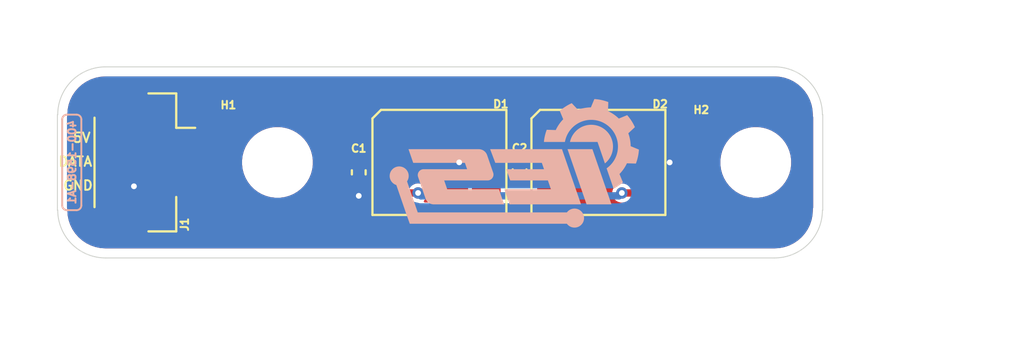
<source format=kicad_pcb>
(kicad_pcb (version 20241229) (generator "pcbnew") (generator_version "9.0")
  (layers (0 "F.Cu" signal) (2 "B.Cu" signal) (13 "F.Paste" user) (15 "B.Paste" user) (5 "F.SilkS" user "F.Silkscreen") (7 "B.SilkS" user "B.Silkscreen") (1 "F.Mask" user) (3 "B.Mask" user) (25 "Edge.Cuts" user))
  (net 0 "")
  (net 1 "/LED_DATA")
  (net 2 "GND")
  (net 3 "+5V")
  (net 4 "/WS2813_1/BIN")
  (net 5 "/WS2813_1/DOUT")
  (net 6 "/WS2813_2/DOUT")
  (footprint "Capacitor_SMD:C_0402_1005Metric" (layer "F.Cu") (at 74.155533 53.87708 -90)
    (property "Reference" "C2" (at -1.225 0 0) (layer "F.SilkS") (effects (font (size 0.4 0.4))))
    (property "Value" "100nF")
    (fp_line (start -0.107836 0.36) (end 0.107836 0.36) (stroke (width 0.12)) (layer "F.SilkS"))
    (fp_line (start -0.107836 -0.36) (end 0.107836 -0.36) (stroke (width 0.12)) (layer "F.SilkS"))
    (pad "1" smd roundrect (at -0.48 0 270) (size 0.56 0.62) (layers "F.Cu" "F.Mask" "F.Paste") (net 3 "+5V"))
    (pad "2" smd roundrect (at 0.48 0 270) (size 0.56 0.62) (layers "F.Cu" "F.Mask" "F.Paste") (net 2 "GND"))
  )
  (footprint "Connector_JST:JST_GH_SM03B-GHS-TB_1x03-1MP_P1.25mm_Horizontal" (layer "F.Cu") (at 54.5 53.4 -90)
    (property "Reference" "J1" (at 3.25 -2.15 270) (layer "F.SilkS") (effects (font (size 0.4 0.4))))
    (property "Value" "Conn_01x03")
    (fp_line (start -2.34 2.56) (end 2.34 2.56) (stroke (width 0.12)) (layer "F.SilkS"))
    (fp_line (start -3.61 -0.26) (end -3.61 -1.71) (stroke (width 0.12)) (layer "F.SilkS"))
    (fp_line (start 3.61 -0.26) (end 3.61 -1.71) (stroke (width 0.12)) (layer "F.SilkS"))
    (fp_line (start -3.61 -1.71) (end -1.81 -1.71) (stroke (width 0.12)) (layer "F.SilkS"))
    (fp_line (start -1.81 -1.71) (end -1.81 -2.7) (stroke (width 0.12)) (layer "F.SilkS"))
    (fp_line (start 3.61 -1.71) (end 1.81 -1.71) (stroke (width 0.12)) (layer "F.SilkS"))
    (pad "1" smd roundrect (at -1.25 -1.85 270) (size 0.6 1.7) (layers "F.Cu" "F.Mask" "F.Paste") (net 3 "+5V"))
    (pad "2" smd roundrect (at 0 -1.85 270) (size 0.6 1.7) (layers "F.Cu" "F.Mask" "F.Paste") (net 1 "/LED_DATA"))
    (pad "3" smd roundrect (at 1.25 -1.85 270) (size 0.6 1.7) (layers "F.Cu" "F.Mask" "F.Paste") (net 2 "GND"))
    (pad "MP" smd roundrect (at -3.1 1.35 270) (size 1 2.7) (layers "F.Cu" "F.Mask" "F.Paste"))
    (pad "MP" smd roundrect (at 3.1 1.35 270) (size 1 2.7) (layers "F.Cu" "F.Mask" "F.Paste"))
  )
  (footprint "LED_SMD:LED_WS2812_PLCC6_5.0x5.0mm_P1.6mm" (layer "F.Cu") (at 78.275 53.4)
    (property "Reference" "D2" (at 3.225 -3.05 0) (layer "F.SilkS") (effects (font (size 0.4 0.4))))
    (property "Value" "WS2813")
    (fp_line (start -3.5 -2.3) (end -3.5 2.75) (stroke (width 0.12)) (layer "F.SilkS"))
    (fp_line (start -3.05 -2.75) (end -3.5 -2.3) (stroke (width 0.12)) (layer "F.SilkS"))
    (fp_line (start 3.5 -2.75) (end -3.05 -2.75) (stroke (width 0.12)) (layer "F.SilkS"))
    (fp_line (start 3.5 2.75) (end -3.5 2.75) (stroke (width 0.12)) (layer "F.SilkS"))
    (fp_line (start 3.5 2.75) (end 3.5 -2.75) (stroke (width 0.12)) (layer "F.SilkS"))
    (pad "1" smd rect (at -2.45 -1.6) (size 1.5 1) (layers "F.Cu" "F.Mask" "F.Paste"))
    (pad "2" smd rect (at -2.45 0) (size 1.5 1) (layers "F.Cu" "F.Mask" "F.Paste") (net 3 "+5V"))
    (pad "3" smd rect (at -2.45 1.6) (size 1.5 1) (layers "F.Cu" "F.Mask" "F.Paste") (net 6 "/WS2813_2/DOUT"))
    (pad "4" smd rect (at 2.45 1.6) (size 1.5 1) (layers "F.Cu" "F.Mask" "F.Paste") (net 5 "/WS2813_1/DOUT"))
    (pad "5" smd rect (at 2.45 0) (size 1.5 1) (layers "F.Cu" "F.Mask" "F.Paste") (net 2 "GND"))
    (pad "6" smd rect (at 2.45 -1.6) (size 1.5 1) (layers "F.Cu" "F.Mask" "F.Paste") (net 1 "/LED_DATA"))
  )
  (footprint "LED_SMD:LED_WS2812_PLCC6_5.0x5.0mm_P1.6mm" (layer "F.Cu") (at 69.965 53.4)
    (property "Reference" "D1" (at 3.21 -3.051338 0) (layer "F.SilkS") (effects (font (size 0.4 0.4))))
    (property "Value" "WS2813")
    (fp_line (start -3.5 -2.3) (end -3.5 2.75) (stroke (width 0.12)) (layer "F.SilkS"))
    (fp_line (start -3.05 -2.75) (end -3.5 -2.3) (stroke (width 0.12)) (layer "F.SilkS"))
    (fp_line (start 3.5 -2.75) (end -3.05 -2.75) (stroke (width 0.12)) (layer "F.SilkS"))
    (fp_line (start 3.5 2.75) (end -3.5 2.75) (stroke (width 0.12)) (layer "F.SilkS"))
    (fp_line (start 3.5 2.75) (end 3.5 -2.75) (stroke (width 0.12)) (layer "F.SilkS"))
    (pad "1" smd rect (at -2.45 -1.6) (size 1.5 1) (layers "F.Cu" "F.Mask" "F.Paste"))
    (pad "2" smd rect (at -2.45 0) (size 1.5 1) (layers "F.Cu" "F.Mask" "F.Paste") (net 3 "+5V"))
    (pad "3" smd rect (at -2.45 1.6) (size 1.5 1) (layers "F.Cu" "F.Mask" "F.Paste") (net 5 "/WS2813_1/DOUT"))
    (pad "4" smd rect (at 2.45 1.6) (size 1.5 1) (layers "F.Cu" "F.Mask" "F.Paste") (net 1 "/LED_DATA"))
    (pad "5" smd rect (at 2.45 0) (size 1.5 1) (layers "F.Cu" "F.Mask" "F.Paste") (net 2 "GND"))
    (pad "6" smd rect (at 2.45 -1.6) (size 1.5 1) (layers "F.Cu" "F.Mask" "F.Paste") (net 4 "/WS2813_1/BIN"))
  )
  (footprint "MountingHole:MountingHole_3.2mm_M3" (layer "F.Cu") (at 61.5 53.4)
    (property "Reference" "H1" (at -2.565 -3 0) (layer "F.SilkS") (effects (font (size 0.4 0.4))))
    (property "Value" "MountingHole")
    (pad "" np_thru_hole circle (at 0 0) (size 3.2 3.2) (drill 3.2) (layers "*.Cu" "*.Mask"))
  )
  (footprint "MountingHole:MountingHole_3.2mm_M3" (layer "F.Cu") (at 86.5 53.4)
    (property "Reference" "H2" (at -2.85 -2.75 0) (layer "F.SilkS") (effects (font (size 0.4 0.4))))
    (property "Value" "MountingHole")
    (pad "" np_thru_hole circle (at 0 0) (size 3.2 3.2) (drill 3.2) (layers "*.Cu" "*.Mask"))
  )
  (footprint "Capacitor_SMD:C_0402_1005Metric" (layer "F.Cu") (at 65.75 53.92 -90)
    (property "Reference" "C1" (at -1.25 0 0) (layer "F.SilkS") (effects (font (size 0.4 0.4))))
    (property "Value" "100nF")
    (fp_line (start -0.107836 0.36) (end 0.107836 0.36) (stroke (width 0.12)) (layer "F.SilkS"))
    (fp_line (start -0.107836 -0.36) (end 0.107836 -0.36) (stroke (width 0.12)) (layer "F.SilkS"))
    (pad "1" smd roundrect (at -0.48 0 270) (size 0.56 0.62) (layers "F.Cu" "F.Mask" "F.Paste") (net 3 "+5V"))
    (pad "2" smd roundrect (at 0.48 0 270) (size 0.56 0.62) (layers "F.Cu" "F.Mask" "F.Paste") (net 2 "GND"))
  )
  (gr_line (start 50.5 50.9) (end 51 50.9) (stroke (width 0.1)) (layer "B.SilkS"))
  (gr_line (start 51 55.9) (end 50.5 55.9) (stroke (width 0.1)) (layer "B.SilkS"))
  (gr_poly (pts (xy 77.655861 55.596724) (xy 78.956994 55.596724) (xy 77.961507 52.707263) (xy 76.660358 52.707263)) (fill yes) (layer "B.SilkS"))
  (gr_arc (start 51 50.9) (mid 51.176777 50.973223) (end 51.25 51.15) (stroke (width 0.1)) (layer "B.SilkS"))
  (gr_poly (pts (xy 68.596203 53.424819) (xy 71.297809 53.424819) (xy 71.411756 53.755107) (xy 69.142073 53.755107) (xy 69.122413 53.755712) (xy 69.103151 53.757499) (xy 69.084315 53.760429) (xy 69.065934 53.764462) (xy 69.048037 53.769558) (xy 69.030651 53.775677) (xy 69.013806 53.782779) (xy 68.997529 53.790825) (xy 68.981848 53.799774) (xy 68.966793 53.809586) (xy 68.95239 53.820222) (xy 68.93867 53.831641) (xy 68.925659 53.843805) (xy 68.913387 53.856672) (xy 68.901882 53.870203) (xy 68.891171 53.884359) (xy 68.881284 53.899098) (xy 68.872249 53.914382) (xy 68.864094 53.93017) (xy 68.856847 53.946423) (xy 68.850536 53.9631) (xy 68.845191 53.980163) (xy 68.840839 53.997569) (xy 68.837509 54.015281) (xy 68.835229 54.033258) (xy 68.834027 54.05146) (xy 68.833932 54.069847) (xy 68.834972 54.08838) (xy 68.837175 54.107018) (xy 68.84057 54.125721) (xy 68.845185 54.144451) (xy 68.851049 54.163165) (xy 69.237554 55.284929) (xy 69.24807 55.312742) (xy 69.26023 55.339568) (xy 69.273965 55.365357) (xy 69.289204 55.390059) (xy 69.305879 55.413625) (xy 69.323918 55.436005) (xy 69.343251 55.45715) (xy 69.36381 55.477009) (xy 69.385523 55.495532) (xy 69.408322 55.512671) (xy 69.432135 55.528376) (xy 69.456893 55.542596) (xy 69.482526 55.555283) (xy 69.508965 55.566386) (xy 69.536139 55.575856) (xy 69.563977 55.583642) (xy 69.57733 55.586636) (xy 69.590817 55.58926) (xy 69.604431 55.591505) (xy 69.618162 55.593362) (xy 69.632001 55.594822) (xy 69.645939 55.595876) (xy 69.659968 55.596516) (xy 69.674079 55.596731) (xy 73.347306 55.596731) (xy 73.073975 54.803721) (xy 70.372385 54.803721) (xy 70.214551 54.344087) (xy 72.483478 54.344087) (xy 72.503137 54.343482) (xy 72.522398 54.341695) (xy 72.541232 54.338766) (xy 72.559611 54.334733) (xy 72.577507 54.329637) (xy 72.594892 54.323519) (xy 72.611736 54.316417) (xy 72.628013 54.308372) (xy 72.643692 54.299424) (xy 72.658747 54.289613) (xy 72.673149 54.278978) (xy 72.686869 54.267559) (xy 72.699879 54.255396) (xy 72.712151 54.24253) (xy 72.723656 54.228999) (xy 72.734366 54.214845) (xy 72.744254 54.200106) (xy 72.753289 54.184823) (xy 72.761445 54.169036) (xy 72.768692 54.152784) (xy 72.775003 54.136107) (xy 72.780348 54.119046) (xy 72.784701 54.101639) (xy 72.788032 54.083928) (xy 72.790313 54.065952) (xy 72.791516 54.04775) (xy 72.791612 54.029364) (xy 72.790573 54.010832) (xy 72.788371 53.992194) (xy 72.784977 53.973491) (xy 72.780363 53.954762) (xy 72.774501 53.936047) (xy 72.458818 53.019072) (xy 72.452505 53.001785) (xy 72.445553 52.984866) (xy 72.43798 52.968327) (xy 72.429803 52.95218) (xy 72.421037 52.936437) (xy 72.411699 52.92111) (xy 72.401807 52.90621) (xy 72.391375 52.891749) (xy 72.380421 52.87774) (xy 72.368962 52.864193) (xy 72.357013 52.851122) (xy 72.344592 52.838537) (xy 72.331714 52.826451) (xy 72.318397 52.814874) (xy 72.304656 52.803821) (xy 72.290509 52.793301) (xy 72.275971 52.783327) (xy 72.26106 52.773911) (xy 72.245791 52.765064) (xy 72.230181 52.756798) (xy 72.214248 52.749126) (xy 72.198006 52.742059) (xy 72.181473 52.735609) (xy 72.164666 52.729787) (xy 72.1476 52.724606) (xy 72.130292 52.720078) (xy 72.112759 52.716214) (xy 72.095017 52.713025) (xy 72.077083 52.710525) (xy 72.058973 52.708724) (xy 72.040704 52.707635) (xy 72.022292 52.70727) (xy 68.349062 52.70727)) (fill yes) (layer "B.SilkS"))
  (gr_line (start 50.25 55.65) (end 50.25 51.15) (stroke (width 0.1)) (layer "B.SilkS"))
  (gr_arc (start 50.25 51.15) (mid 50.323223 50.973223) (end 50.5 50.9) (stroke (width 0.1)) (layer "B.SilkS"))
  (gr_poly (pts (xy 77.849016 51.431346) (xy 77.798551 51.434686) (xy 77.748713 51.440194) (xy 77.699548 51.447823) (xy 77.651105 51.457526) (xy 77.603429 51.469255) (xy 77.556568 51.482964) (xy 77.510569 51.498605) (xy 77.465478 51.51613) (xy 77.421343 51.535493) (xy 77.378211 51.556646) (xy 77.336128 51.579541) (xy 77.2553 51.63037) (xy 77.179235 51.687603) (xy 77.108307 51.750859) (xy 77.042894 51.819762) (xy 76.983371 51.893932) (xy 76.930114 51.972991) (xy 76.905952 52.014236) (xy 76.883498 52.056561) (xy 76.862798 52.099918) (xy 76.8439 52.144262) (xy 76.82685 52.189544) (xy 76.811695 52.235717) (xy 76.798482 52.282733) (xy 76.787259 52.330546) (xy 78.228673 52.330546) (xy 78.466358 53.02379) (xy 78.614913 53.454143) (xy 78.662246 53.413708) (xy 78.707281 53.370802) (xy 78.749913 53.325527) (xy 78.790037 53.277987) (xy 78.82755 53.228283) (xy 78.862347 53.17652) (xy 78.894325 53.1228) (xy 78.923379 53.067226) (xy 78.949404 53.0099) (xy 78.972298 52.950927) (xy 78.991955 52.890407) (xy 79.008272 52.828446) (xy 79.021144 52.765144) (xy 79.030468 52.700606) (xy 79.036138 52.634934) (xy 79.038051 52.568231) (xy 79.03657 52.509676) (xy 79.032175 52.45189) (xy 79.024937 52.394943) (xy 79.014928 52.338906) (xy 79.00222 52.283853) (xy 78.986883 52.229853) (xy 78.96899 52.176979) (xy 78.948612 52.125302) (xy 78.925821 52.074893) (xy 78.900687 52.025825) (xy 78.873284 51.978169) (xy 78.843681 51.931996) (xy 78.811951 51.887378) (xy 78.778166 51.844386) (xy 78.742396 51.803093) (xy 78.704714 51.763569) (xy 78.665191 51.725886) (xy 78.623898 51.690115) (xy 78.580907 51.656329) (xy 78.53629 51.624598) (xy 78.490118 51.594995) (xy 78.442462 51.567591) (xy 78.393395 51.542457) (xy 78.342987 51.519665) (xy 78.291311 51.499286) (xy 78.238438 51.481392) (xy 78.184438 51.466055) (xy 78.129385 51.453346) (xy 78.073349 51.443337) (xy 78.016402 51.436099) (xy 77.958616 51.431704) (xy 77.900061 51.430223)) (fill yes) (layer "B.SilkS"))
  (gr_arc (start 51.25 55.65) (mid 51.176777 55.826777) (end 51 55.9) (stroke (width 0.1)) (layer "B.SilkS"))
  (gr_poly (pts (xy 67.837502 53.611719) (xy 67.812164 53.613638) (xy 67.787199 53.616799) (xy 67.762639 53.621172) (xy 67.738514 53.626723) (xy 67.714856 53.633424) (xy 67.691695 53.641242) (xy 67.669062 53.650147) (xy 67.646989 53.660107) (xy 67.625507 53.671092) (xy 67.604646 53.683071) (xy 67.584437 53.696012) (xy 67.564912 53.709885) (xy 67.546102 53.724658) (xy 67.528036 53.740301) (xy 67.510748 53.756782) (xy 67.494267 53.774071) (xy 67.478625 53.792137) (xy 67.463852 53.810948) (xy 67.449979 53.830473) (xy 67.437039 53.850682) (xy 67.425061 53.871543) (xy 67.414076 53.893025) (xy 67.404116 53.915098) (xy 67.395212 53.93773) (xy 67.387394 53.960891) (xy 67.380694 53.984549) (xy 67.375143 54.008673) (xy 67.370771 54.033232) (xy 67.36761 54.058196) (xy 67.365691 54.083533) (xy 67.365044 54.109212) (xy 67.36547 54.129969) (xy 67.366736 54.150511) (xy 67.368826 54.17082) (xy 67.371724 54.190882) (xy 67.379873 54.23019) (xy 67.391052 54.268303) (xy 67.405127 54.305084) (xy 67.421965 54.340401) (xy 67.441434 54.374119) (xy 67.463399 54.406103) (xy 67.487728 54.43622) (xy 67.514288 54.464334) (xy 67.542945 54.490313) (xy 67.573568 54.514022) (xy 67.606021 54.535326) (xy 67.640174 54.554091) (xy 67.675892 54.570183) (xy 67.713042 54.583468) (xy 68.205785 56.017034) (xy 68.415969 56.609877) (xy 76.62703 56.609877) (xy 76.644561 56.632315) (xy 76.663337 56.65369) (xy 76.683304 56.673948) (xy 76.704408 56.693036) (xy 76.726595 56.710901) (xy 76.749811 56.727491) (xy 76.774001 56.742753) (xy 76.799111 56.756632) (xy 76.825087 56.769077) (xy 76.851875 56.780035) (xy 76.879421 56.789452) (xy 76.90767 56.797276) (xy 76.936569 56.803454) (xy 76.966063 56.807931) (xy 76.996099 56.810657) (xy 77.026621 56.811577) (xy 77.052232 56.810931) (xy 77.077509 56.809011) (xy 77.10242 56.80585) (xy 77.126936 56.801479) (xy 77.151023 56.795927) (xy 77.174651 56.789227) (xy 77.197789 56.78141) (xy 77.220404 56.772506) (xy 77.242465 56.762546) (xy 77.263941 56.751562) (xy 77.284801 56.739584) (xy 77.305012 56.726643) (xy 77.324544 56.712771) (xy 77.343366 56.697999) (xy 77.361444 56.682357) (xy 77.37875 56.665876) (xy 77.395249 56.648588) (xy 77.410913 56.630523) (xy 77.425708 56.611713) (xy 77.439603 56.592189) (xy 77.452568 56.571981) (xy 77.46457 56.551121) (xy 77.475578 56.529639) (xy 77.485561 56.507567) (xy 77.494488 56.484935) (xy 77.502326 56.461775) (xy 77.509044 56.438118) (xy 77.514612 56.413994) (xy 77.518997 56.389435) (xy 77.522168 56.364472) (xy 77.524094 56.339135) (xy 77.524743 56.313456) (xy 77.524094 56.287846) (xy 77.522168 56.262573) (xy 77.518997 56.23767) (xy 77.514612 56.213168) (xy 77.509044 56.189096) (xy 77.502326 56.165488) (xy 77.494488 56.142373) (xy 77.485561 56.119783) (xy 77.475578 56.097749) (xy 77.46457 56.076303) (xy 77.452568 56.055474) (xy 77.439603 56.035295) (xy 77.425708 56.015797) (xy 77.410913 55.997011) (xy 77.395249 55.978968) (xy 77.37875 55.961699) (xy 77.361444 55.945235) (xy 77.343366 55.929607) (xy 77.324544 55.914847) (xy 77.305012 55.900986) (xy 77.284801 55.888055) (xy 77.263941 55.876085) (xy 77.242465 55.865106) (xy 77.220404 55.855152) (xy 77.197789 55.846251) (xy 77.174651 55.838437) (xy 77.151023 55.831739) (xy 77.126936 55.826189) (xy 77.10242 55.821818) (xy 77.077509 55.818658) (xy 77.052232 55.816738) (xy 77.026621 55.816092) (xy 76.996099 55.817012) (xy 76.966065 55.819737) (xy 76.936574 55.824212) (xy 76.907682 55.830384) (xy 76.879444 55.838197) (xy 76.851916 55.847598) (xy 76.825152 55.858534) (xy 76.799208 55.870948) (xy 76.774139 55.884789) (xy 76.75 55.9) (xy 76.726847 55.916529) (xy 76.704735 55.934321) (xy 76.68372 55.953321) (xy 76.663856 55.973476) (xy 76.6452 55.994732) (xy 76.627805 56.017034) (xy 68.832494 56.017034) (xy 68.272759 54.390993) (xy 68.282881 54.375785) (xy 68.292447 54.360193) (xy 68.301445 54.344231) (xy 68.309861 54.327912) (xy 68.317682 54.311251) (xy 68.324893 54.294259) (xy 68.331482 54.276952) (xy 68.337434 54.259343) (xy 68.342737 54.241445) (xy 68.347377 54.223271) (xy 68.351339 54.204836) (xy 68.354612 54.186153) (xy 68.357181 54.167236) (xy 68.359033 54.148097) (xy 68.360154 54.128751) (xy 68.360531 54.109212) (xy 68.359884 54.083533) (xy 68.357965 54.058196) (xy 68.354804 54.033232) (xy 68.350433 54.008673) (xy 68.344883 53.984549) (xy 68.338186 53.960891) (xy 68.330371 53.93773) (xy 68.321471 53.915098) (xy 68.311516 53.893025) (xy 68.300538 53.871543) (xy 68.288568 53.850682) (xy 68.275637 53.830473) (xy 68.261776 53.810948) (xy 68.247016 53.792137) (xy 68.231389 53.774071) (xy 68.214925 53.756782) (xy 68.197657 53.740301) (xy 68.179614 53.724658) (xy 68.160828 53.709885) (xy 68.14133 53.696012) (xy 68.121152 53.683071) (xy 68.100325 53.671092) (xy 68.078879 53.660107) (xy 68.056846 53.650147) (xy 68.034257 53.641242) (xy 68.011143 53.633424) (xy 67.987535 53.626723) (xy 67.963465 53.621172) (xy 67.938964 53.616799) (xy 67.914062 53.613638) (xy 67.888791 53.611719) (xy 67.863183 53.611072)) (fill yes) (layer "B.SilkS"))
  (gr_arc (start 50.5 55.9) (mid 50.323223 55.826777) (end 50.25 55.65) (stroke (width 0.1)) (layer "B.SilkS"))
  (gr_poly (pts (xy 72.886263 53.424817) (xy 75.317643 53.424817) (xy 75.431589 53.755106) (xy 73.462174 53.755106) (xy 73.664649 54.344086) (xy 75.634842 54.344086) (xy 75.792675 54.80372) (xy 73.361313 54.80372) (xy 73.634629 55.596729) (xy 77.367139 55.596729) (xy 76.371637 52.707268) (xy 72.615259 52.707268)) (fill yes) (layer "B.SilkS"))
  (gr_line (start 51.25 51.15) (end 51.25 55.65) (stroke (width 0.1)) (layer "B.SilkS"))
  (gr_poly (pts (xy 77.882052 50.520003) (xy 77.839426 50.521102) (xy 77.796655 50.523056) (xy 77.753759 50.525876) (xy 77.710759 50.529572) (xy 77.667675 50.534155) (xy 77.624528 50.539634) (xy 77.581339 50.54602) (xy 77.538129 50.553323) (xy 77.495119 50.561549) (xy 77.452522 50.570682) (xy 77.410327 50.5807) (xy 77.368523 50.591584) (xy 77.327099 50.603312) (xy 77.286044 50.615863) (xy 77.245348 50.629217) (xy 77.205001 50.643352) (xy 76.881803 50.299429) (xy 76.838662 50.319241) (xy 76.796013 50.339842) (xy 76.753862 50.361218) (xy 76.712216 50.383357) (xy 76.671082 50.406244) (xy 76.630467 50.429867) (xy 76.550816 50.479268) (xy 76.473318 50.531455) (xy 76.398025 50.586322) (xy 76.32499 50.643765) (xy 76.254265 50.703677) (xy 76.435239 51.141227) (xy 76.405373 51.172434) (xy 76.376209 51.20426) (xy 76.347754 51.236689) (xy 76.320015 51.269707) (xy 76.292998 51.3033) (xy 76.266711 51.337453) (xy 76.241159 51.372152) (xy 76.216349 51.407382) (xy 76.192289 51.44313) (xy 76.168985 51.47938) (xy 76.146442 51.516118) (xy 76.124669 51.55333) (xy 76.103672 51.591001) (xy 76.083457 51.629116) (xy 76.064031 51.667662) (xy 76.045401 51.706624) (xy 76.044503 51.706624) (xy 75.573633 51.691313) (xy 75.546719 51.766469) (xy 75.522085 51.842657) (xy 75.499815 51.919814) (xy 75.479994 51.997877) (xy 75.462706 52.076784) (xy 75.448034 52.156471) (xy 75.436063 52.236875) (xy 75.426877 52.317935) (xy 75.426216 52.32117) (xy 75.425912 52.322716) (xy 75.42564 52.324241) (xy 75.42541 52.325765) (xy 75.425233 52.327311) (xy 75.425167 52.328098) (xy 75.425119 52.328898) (xy 75.425089 52.329713) (xy 75.425078 52.330546) (xy 76.524369 52.330546) (xy 76.536259 52.269399) (xy 76.550787 52.209233) (xy 76.56789 52.150111) (xy 76.587505 52.092096) (xy 76.609568 52.035251) (xy 76.634016 51.979638) (xy 76.660786 51.925321) (xy 76.689816 51.872363) (xy 76.721041 51.820827) (xy 76.754399 51.770776) (xy 76.789827 51.722272) (xy 76.827261 51.675379) (xy 76.866638 51.630159) (xy 76.907896 51.586676) (xy 76.950971 51.544993) (xy 76.995799 51.505172) (xy 77.042319 51.467277) (xy 77.090466 51.43137) (xy 77.140177 51.397515) (xy 77.19139 51.365774) (xy 77.24404 51.336211) (xy 77.298066 51.308887) (xy 77.353404 51.283868) (xy 77.409991 51.261214) (xy 77.467763 51.24099) (xy 77.526658 51.223258) (xy 77.586612 51.208081) (xy 77.647562 51.195523) (xy 77.709445 51.185645) (xy 77.772198 51.178512) (xy 77.835758 51.174186) (xy 77.900061 51.17273) (xy 77.971951 51.174546) (xy 78.042893 51.179935) (xy 78.1128 51.18881) (xy 78.181584 51.201083) (xy 78.249159 51.216666) (xy 78.315436 51.235472) (xy 78.380328 51.257413) (xy 78.443748 51.2824) (xy 78.505607 51.310348) (xy 78.565819 51.341167) (xy 78.624296 51.37477) (xy 78.68095 51.411069) (xy 78.735693 51.449977) (xy 78.788439 51.491406) (xy 78.8391 51.535268) (xy 78.887587 51.581476) (xy 78.933814 51.629942) (xy 78.977694 51.680577) (xy 79.019137 51.733296) (xy 79.058058 51.788009) (xy 79.094368 51.844629) (xy 79.12798 51.903068) (xy 79.158806 51.963239) (xy 79.186759 52.025054) (xy 79.211752 52.088425) (xy 79.233696 52.153265) (xy 79.252504 52.219485) (xy 79.268089 52.286999) (xy 79.280363 52.355718) (xy 79.289238 52.425555) (xy 79.294628 52.496421) (xy 79.296444 52.568231) (xy 79.293717 52.656185) (xy 79.285645 52.742691) (xy 79.27239 52.827584) (xy 79.254114 52.910703) (xy 79.23098 52.991887) (xy 79.20315 53.070972) (xy 79.170785 53.147797) (xy 79.134049 53.222199) (xy 79.093103 53.294016) (xy 79.04811 53.363086) (xy 78.999232 53.429247) (xy 78.94663 53.492336) (xy 78.890469 53.552192) (xy 78.830908 53.608652) (xy 78.768112 53.661555) (xy 78.702242 53.710737) (xy 79.042568 54.700191) (xy 79.068674 54.776708) (xy 79.073396 54.774023) (xy 79.075758 54.772707) (xy 79.07812 54.771423) (xy 79.080484 54.77018) (xy 79.082849 54.768991) (xy 79.085215 54.767865) (xy 79.087583 54.766812) (xy 79.150456 54.731829) (xy 79.212129 54.695116) (xy 79.272579 54.656718) (xy 79.331786 54.616674) (xy 79.389726 54.575028) (xy 79.446379 54.531822) (xy 79.501722 54.487098) (xy 79.555735 54.440898) (xy 79.376578 54.007846) (xy 79.406138 53.976966) (xy 79.435052 53.945449) (xy 79.46331 53.913312) (xy 79.4909 53.880572) (xy 79.517809 53.847247) (xy 79.544026 53.813354) (xy 79.569539 53.778909) (xy 79.594336 53.743931) (xy 79.618405 53.708435) (xy 79.641735 53.67244) (xy 79.664312 53.635961) (xy 79.686127 53.599018) (xy 79.707166 53.561625) (xy 79.727418 53.523802) (xy 79.746872 53.485564) (xy 79.765514 53.446929) (xy 80.234586 53.46134) (xy 80.266098 53.374171) (xy 80.294412 53.285586) (xy 80.319456 53.195692) (xy 80.341155 53.104594) (xy 80.359436 53.012398) (xy 80.374225 52.919209) (xy 80.385449 52.825134) (xy 80.393035 52.730279) (xy 79.960883 52.551121) (xy 79.960043 52.508202) (xy 79.95821 52.465198) (xy 79.955406 52.422109) (xy 79.951652 52.378935) (xy 79.946969 52.335676) (xy 79.94138 52.292334) (xy 79.934904 52.248908) (xy 79.927564 52.205399) (xy 79.91934 52.163029) (xy 79.910219 52.120997) (xy 79.900234 52.079302) (xy 79.889415 52.037944) (xy 79.877794 51.996924) (xy 79.865403 51.956241) (xy 79.852272 51.915895) (xy 79.838434 51.875887) (xy 80.182357 51.554471) (xy 80.162554 51.511171) (xy 80.14198 51.468383) (xy 80.120644 51.426112) (xy 80.098556 51.384364) (xy 80.075723 51.343143) (xy 80.052156 51.302455) (xy 80.027863 51.262305) (xy 80.002855 51.222699) (xy 79.977139 51.183641) (xy 79.950726 51.145138) (xy 79.895843 51.069815) (xy 79.838279 50.996771) (xy 79.778109 50.92605) (xy 79.343258 51.105208) (xy 79.342807 51.105658) (xy 79.342359 51.106108) (xy 79.311154 51.076063) (xy 79.279331 51.046706) (xy 79.246904 51.018047) (xy 79.213886 50.990099) (xy 79.180293 50.962873) (xy 79.14614 50.936382) (xy 79.11144 50.910637) (xy 79.076209 50.885651) (xy 79.040461 50.861434) (xy 79.004209 50.837999) (xy 78.96747 50.815358) (xy 78.930257 50.793522) (xy 78.892585 50.772504) (xy 78.854469 50.752315) (xy 78.815922 50.732967) (xy 78.77696 50.714472) (xy 78.79227 50.241803) (xy 78.705174 50.210292) (xy 78.616791 50.18199) (xy 78.527185 50.15698) (xy 78.436418 50.135345) (xy 78.344555 50.117171) (xy 78.251657 50.102542) (xy 78.157787 50.091541) (xy 78.110508 50.087427) (xy 78.06301 50.084252)) (fill yes) (layer "B.SilkS"))
  (gr_line (start 90 50.9) (end 90 55.9) (stroke (width 0.05)) (layer "Edge.Cuts"))
  (gr_line (start 89.9822 50.9) (end 90 50.9) (stroke (width 0.05)) (layer "Edge.Cuts"))
  (gr_line (start 52.504955 48.4) (end 87.4822 48.4) (stroke (width 0.05)) (layer "Edge.Cuts"))
  (gr_line (start 50.017767 50.9) (end 50 50.9) (stroke (width 0.05)) (layer "Edge.Cuts"))
  (gr_line (start 87.469551 58.4) (end 52.5177 58.4) (stroke (width 0.05)) (layer "Edge.Cuts"))
  (gr_arc (start 89.982233 55.9) (mid 89.25 57.667767) (end 87.469551 58.4) (stroke (width 0.05)) (layer "Edge.Cuts"))
  (gr_line (start 50 55.9) (end 50 50.9) (stroke (width 0.05)) (layer "Edge.Cuts"))
  (gr_arc (start 87.4822 48.4) (mid 89.25 49.132233) (end 89.9822 50.9) (stroke (width 0.05)) (layer "Edge.Cuts"))
  (gr_line (start 89.982233 55.9) (end 90 55.9) (stroke (width 0.05)) (layer "Edge.Cuts"))
  (gr_arc (start 52.5177 58.4) (mid 50.75 57.667767) (end 50.017802 55.9) (stroke (width 0.05)) (layer "Edge.Cuts"))
  (gr_line (start 50.017802 55.9) (end 50 55.9) (stroke (width 0.05)) (layer "Edge.Cuts"))
  (gr_arc (start 50.017767 50.9) (mid 50.75 49.132233) (end 52.504955 48.4) (stroke (width 0.05)) (layer "Edge.Cuts"))
  (gr_text "DATA" (at 50 53.65 0) (layer "F.SilkS") (effects (font (size 0.5 0.5) (thickness 0.1)) (justify left bottom)))
  (gr_text "GND" (at 50.25 54.9 0) (layer "F.SilkS") (effects (font (size 0.5 0.5) (thickness 0.1)) (justify left bottom)))
  (gr_text "5V" (at 50.75 52.4 0) (layer "F.SilkS") (effects (font (size 0.5 0.5) (thickness 0.1)) (justify left bottom)))
  (gr_text "400-1598-A1" (at 51 55.65 90) (layer "B.SilkS") (effects (font (size 0.4 0.4) (thickness 0.127) (bold yes)) (justify right bottom mirror)))
  (segment (start 60.4915 55.8915) (end 72.266 55.8915) (width 0.381) (layer "F.Cu") (net 1))
  (segment (start 58 53.4) (end 60.4915 55.8915) (width 0.381) (layer "F.Cu") (net 1))
  (segment (start 72.266 55.8915) (end 72.415 55.7425) (width 0.381) (layer "F.Cu") (net 1))
  (segment (start 72.8225 56.15) (end 81.608 56.15) (width 0.381) (layer "F.Cu") (net 1))
  (segment (start 72.415 55.7425) (end 72.415 55) (width 0.381) (layer "F.Cu") (net 1))
  (segment (start 82.4 51.8) (end 80.725 51.8) (width 0.381) (layer "F.Cu") (net 1))
  (segment (start 81.608 56.15) (end 82.75 55.008) (width 0.381) (layer "F.Cu") (net 1))
  (segment (start 82.75 55.008) (end 82.75 52.15) (width 0.381) (layer "F.Cu") (net 1))
  (segment (start 72.415 55.7425) (end 72.8225 56.15) (width 0.381) (layer "F.Cu") (net 1))
  (segment (start 82.75 52.15) (end 82.4 51.8) (width 0.381) (layer "F.Cu") (net 1))
  (segment (start 56.35 53.4) (end 58 53.4) (width 0.381) (layer "F.Cu") (net 1))
  (segment (start 65.75 54.4) (end 65.75 55.15) (width 0.381) (layer "F.Cu") (net 2))
  (segment (start 72.415 53.4) (end 72.665 53.4) (width 0.381) (layer "F.Cu") (net 2))
  (segment (start 72.415 53.4) (end 71.00292 53.4) (width 0.508) (layer "F.Cu") (net 2))
  (segment (start 56.35 54.65) (end 54 54.65) (width 0.508) (layer "F.Cu") (net 2))
  (segment (start 72.665 53.4) (end 73.62208 54.35708) (width 0.381) (layer "F.Cu") (net 2))
  (segment (start 73.62208 54.35708) (end 74.155533 54.35708) (width 0.381) (layer "F.Cu") (net 2))
  (segment (start 80.725 53.4) (end 82 53.4) (width 0.381) (layer "F.Cu") (net 2))
  (segment (start 71.00292 53.4) (end 71 53.39708) (width 0.508) (layer "F.Cu") (net 2))
  (via (at 71 53.39708) (size 0.6) (drill 0.3) (layers "F.Cu" "B.Cu") (net 2))
  (via (at 82 53.4) (size 0.6) (drill 0.3) (layers "F.Cu" "B.Cu") (net 2))
  (via (at 65.75 55.15) (size 0.6) (drill 0.3) (layers "F.Cu" "B.Cu") (net 2))
  (via (at 54 54.65) (size 0.6) (drill 0.3) (layers "F.Cu" "B.Cu") (net 2))
  (segment (start 74.158453 53.4) (end 74.155533 53.39708) (width 0.381) (layer "F.Cu") (net 3))
  (segment (start 75.825 53.4) (end 74.158453 53.4) (width 0.381) (layer "F.Cu") (net 3))
  (segment (start 65.75 53.44) (end 67.475 53.44) (width 0.381) (layer "F.Cu") (net 3))
  (segment (start 67.475 53.44) (end 67.515 53.4) (width 0.381) (layer "F.Cu") (net 3))
  (segment (start 68.85 55) (end 68.9 55) (width 0.381) (layer "F.Cu") (net 5))
  (segment (start 67.515 55) (end 68.85 55) (width 0.381) (layer "F.Cu") (net 5))
  (segment (start 80.725 55) (end 79.5 55) (width 0.381) (layer "F.Cu") (net 5))
  (via (at 68.85 55) (size 0.6) (drill 0.3) (layers "F.Cu" "B.Cu") (net 5))
  (via (at 79.5 55) (size 0.6) (drill 0.3) (layers "F.Cu" "B.Cu") (net 5))
  (segment (start 79.35 55.15) (end 79.5 55) (width 0.381) (layer "B.Cu") (net 5))
  (segment (start 68.85 55) (end 69 55.15) (width 0.381) (layer "B.Cu") (net 5))
  (segment (start 69 55.15) (end 79.35 55.15) (width 0.381) (layer "B.Cu") (net 5))
  (zone (net 3) (net_name "+5V") (layer "F.Cu") (connect_pads (clearance 0.125)) (min_thickness 0.125) (fill yes (thermal_gap 0.5) (thermal_bridge_width 0.5))
    (polygon (pts (xy 47 44.9) (xy 47 59.9) (xy 94.75 59.9) (xy 94.75 44.9)))
  )
  (zone (net 2) (net_name "GND") (layer "B.Cu") (priority 1) (connect_pads (clearance 0.125)) (min_thickness 0.125) (fill yes (thermal_gap 0.5) (thermal_bridge_width 0.5))
    (polygon (pts (xy 47 59.9) (xy 47 44.9) (xy 94.75 44.9) (xy 94.75 59.9)))
  )
)
</source>
